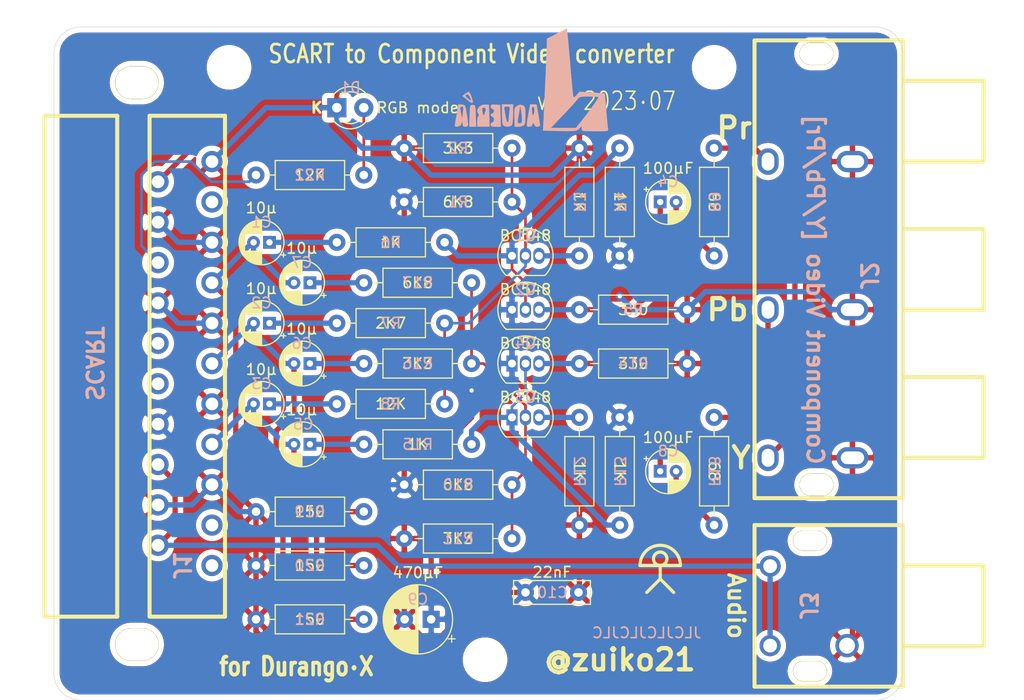
<source format=kicad_pcb>
(kicad_pcb (version 20171130) (host pcbnew "(5.1.2-1)-1")
  (layers (0 F.Cu signal) (31 B.Cu signal) (34 B.Paste user) (35 F.Paste user) (36 B.SilkS user) (37 F.SilkS user) (38 B.Mask user) (39 F.Mask user) (44 Edge.Cuts user))
  (net 0 "")
  (net 1 /R)
  (net 2 /Rr)
  (net 3 /G)
  (net 4 /Gr)
  (net 5 /B)
  (net 6 /Br)
  (net 7 /CR)
  (net 8 /BUFr)
  (net 9 /Bb)
  (net 10 /Gb)
  (net 11 /Rb)
  (net 12 /CB)
  (net 13 /BUFb)
  (net 14 GND)
  (net 15 +5V)
  (net 16 /LED)
  (net 17 /Y)
  (net 18 /RGB)
  (net 19 /AUDIO)
  (net 20 /Pb)
  (net 21 /Pr)
  (net 22 /UR)
  (net 23 /ER)
  (net 24 /BIASr)
  (net 25 /UB)
  (net 26 /EB)
  (net 27 /BIASb)
  (module durango:2xRCA_vertical (layer F.Cu) (at 123.19 100.33 90)
    (fp_text reference J3 (at 5.08 -8.89 270 unlocked) (layer B.SilkS) (effects (font (size 1.524 1.524) (thickness 0.3048)) (justify mirror)))
    (fp_text value Audio (at 5.08 -15.6972 270 unlocked) (layer F.SilkS) (effects (font (size 1.524 1.524) (thickness 0.3048))))
    (pad "" np_thru_hole oval (at -1.07 -8.75 90) (size 1.9 3.2) (drill oval 1.8 3.1) (layers *.Cu *.Mask F.SilkS))
    (pad "" np_thru_hole oval (at 11.23 -8.75 90) (size 1.9 3.2) (drill oval 1.8 3.1) (layers *.Cu *.Mask F.SilkS))
    (pad 1 thru_hole circle (at 1.33 -12.5 90) (size 2 2) (drill 1.3) (layers *.Cu *.Mask) (net 19 /AUDIO))
    (pad 2 thru_hole circle (at 8.83 -12.5 90) (size 2 2) (drill 1.3) (layers *.Cu *.Mask) (net 19 /AUDIO))
    (pad 3 thru_hole circle (at 1.33 -5.25 90) (size 2.2 2.2) (drill 1.5) (layers *.Cu *.Mask) (net 14 GND))
  )
  (module durango:jaqueria (layer B.Cu) (at 88.265 45.72 180)
    (fp_text reference LOGO1 hide)
    (fp_text value Logo_Open_Hardware_Small hide)
  )
  (module MountingHole:MountingHole_3.2mm_M3_DIN965 (layer F.Cu) (at 83.82 100.33)
    (fp_text reference H3 hide)
    (fp_text value M3 hide)
    (pad 1 np_thru_hole circle (at 0 0) (size 3.2 3.2) (drill 3.2) (layers *.Cu *.Mask))
  )
  (module MountingHole:MountingHole_3.2mm_M3_DIN965 (layer F.Cu) (at 105.41 44.45)
    (fp_text reference H2 hide)
    (fp_text value M3 hide)
    (pad 1 np_thru_hole circle (at 0 0) (size 3.2 3.2) (drill 3.2) (layers *.Cu *.Mask))
  )
  (module MountingHole:MountingHole_3.2mm_M3_DIN965 (layer F.Cu) (at 59.69 44.45)
    (fp_text reference H1 hide)
    (fp_text value M3 hide)
    (pad 1 np_thru_hole circle (at 0 0) (size 3.2 3.2) (drill 3.2) (layers *.Cu *.Mask))
  )
  (module Resistor_THT:R_Axial_DIN0207_L6.3mm_D2.5mm_P10.16mm_Horizontal (layer F.Cu) (at 62.23 54.61)
    (fp_text reference R22 (at 5.08 0 unlocked) (layer B.SilkS) (effects (justify mirror)))
    (fp_text value 12K (at 5.08 0 unlocked) (layer F.SilkS))
    (pad 2 thru_hole oval (at 10.16 0) (size 1.6 1.6) (drill 0.8) (layers *.Cu *.Mask) (net 16 /LED))
    (pad 1 thru_hole circle (at 0 0) (size 1.6 1.6) (drill 0.8) (layers *.Cu *.Mask) (net 18 /RGB))
  )
  (module Resistor_THT:R_Axial_DIN0207_L6.3mm_D2.5mm_P10.16mm_Horizontal (layer F.Cu) (at 62.23 96.52)
    (fp_text reference R21 (at 5.08 0 unlocked) (layer B.SilkS) (effects (justify mirror)))
    (fp_text value 150 (at 5.08 0) (layer F.SilkS))
    (pad 2 thru_hole oval (at 10.16 0) (size 1.6 1.6) (drill 0.8) (layers *.Cu *.Mask) (net 1 /R))
    (pad 1 thru_hole circle (at 0 0) (size 1.6 1.6) (drill 0.8) (layers *.Cu *.Mask) (net 14 GND))
  )
  (module Resistor_THT:R_Axial_DIN0207_L6.3mm_D2.5mm_P10.16mm_Horizontal (layer F.Cu) (at 62.23 91.44)
    (fp_text reference R20 (at 5.08 0 unlocked) (layer B.SilkS) (effects (justify mirror)))
    (fp_text value 150 (at 5.08 0) (layer F.SilkS))
    (pad 2 thru_hole oval (at 10.16 0) (size 1.6 1.6) (drill 0.8) (layers *.Cu *.Mask) (net 3 /G))
    (pad 1 thru_hole circle (at 0 0) (size 1.6 1.6) (drill 0.8) (layers *.Cu *.Mask) (net 14 GND))
  )
  (module Resistor_THT:R_Axial_DIN0207_L6.3mm_D2.5mm_P10.16mm_Horizontal (layer F.Cu) (at 62.23 86.36)
    (fp_text reference R19 (at 5.08 0 unlocked) (layer B.SilkS) (effects (justify mirror)))
    (fp_text value 150 (at 5.08 0) (layer F.SilkS))
    (pad 2 thru_hole oval (at 10.16 0) (size 1.6 1.6) (drill 0.8) (layers *.Cu *.Mask) (net 5 /B))
    (pad 1 thru_hole circle (at 0 0) (size 1.6 1.6) (drill 0.8) (layers *.Cu *.Mask) (net 14 GND))
  )
  (module Resistor_THT:R_Axial_DIN0207_L6.3mm_D2.5mm_P10.16mm_Horizontal (layer F.Cu) (at 105.41 87.63 90)
    (fp_text reference R18 (at 5.08 0 270 unlocked) (layer B.SilkS) (effects (justify mirror)))
    (fp_text value 68 (at 5.08 0 270 unlocked) (layer F.SilkS))
    (pad 2 thru_hole oval (at 10.16 0 90) (size 1.6 1.6) (drill 0.8) (layers *.Cu *.Mask) (net 20 /Pb))
    (pad 1 thru_hole circle (at 0 0 90) (size 1.6 1.6) (drill 0.8) (layers *.Cu *.Mask) (net 12 /CB))
  )
  (module Resistor_THT:R_Axial_DIN0207_L6.3mm_D2.5mm_P10.16mm_Horizontal (layer F.Cu) (at 82.55 64.77 180)
    (fp_text reference R17 (at 5.08 0 unlocked) (layer B.SilkS) (effects (justify mirror)))
    (fp_text value 6K8 (at 5.08 0) (layer F.SilkS))
    (pad 2 thru_hole oval (at 10.16 0 180) (size 1.6 1.6) (drill 0.8) (layers *.Cu *.Mask) (net 11 /Rb))
    (pad 1 thru_hole circle (at 0 0 180) (size 1.6 1.6) (drill 0.8) (layers *.Cu *.Mask) (net 27 /BIASb))
  )
  (module Resistor_THT:R_Axial_DIN0207_L6.3mm_D2.5mm_P10.16mm_Horizontal (layer F.Cu) (at 82.55 72.39 180)
    (fp_text reference R16 (at 5.08 0 unlocked) (layer B.SilkS) (effects (justify mirror)))
    (fp_text value 3K3 (at 5.08 0) (layer F.SilkS))
    (pad 2 thru_hole oval (at 10.16 0 180) (size 1.6 1.6) (drill 0.8) (layers *.Cu *.Mask) (net 10 /Gb))
    (pad 1 thru_hole circle (at 0 0 180) (size 1.6 1.6) (drill 0.8) (layers *.Cu *.Mask) (net 27 /BIASb))
  )
  (module Resistor_THT:R_Axial_DIN0207_L6.3mm_D2.5mm_P10.16mm_Horizontal (layer F.Cu) (at 82.55 80.01 180)
    (fp_text reference R15 (at 5.08 0 unlocked) (layer B.SilkS) (effects (justify mirror)))
    (fp_text value 1K (at 5.08 0) (layer F.SilkS))
    (pad 2 thru_hole oval (at 10.16 0 180) (size 1.6 1.6) (drill 0.8) (layers *.Cu *.Mask) (net 9 /Bb))
    (pad 1 thru_hole circle (at 0 0 180) (size 1.6 1.6) (drill 0.8) (layers *.Cu *.Mask) (net 25 /UB))
  )
  (module Resistor_THT:R_Axial_DIN0207_L6.3mm_D2.5mm_P10.16mm_Horizontal (layer F.Cu) (at 92.71 72.39)
    (fp_text reference R14 (at 5.08 0 unlocked) (layer B.SilkS) (effects (justify mirror)))
    (fp_text value 330 (at 5.08 0) (layer F.SilkS))
    (pad 2 thru_hole oval (at 10.16 0) (size 1.6 1.6) (drill 0.8) (layers *.Cu *.Mask) (net 14 GND))
    (pad 1 thru_hole circle (at 0 0) (size 1.6 1.6) (drill 0.8) (layers *.Cu *.Mask) (net 13 /BUFb))
  )
  (module Resistor_THT:R_Axial_DIN0207_L6.3mm_D2.5mm_P10.16mm_Horizontal (layer F.Cu) (at 96.52 77.47 270)
    (fp_text reference R13 (at 5.08 0 270 unlocked) (layer B.SilkS) (effects (justify mirror)))
    (fp_text value 1K (at 5.08 0 270 unlocked) (layer F.SilkS))
    (pad 2 thru_hole oval (at 10.16 0 270) (size 1.6 1.6) (drill 0.8) (layers *.Cu *.Mask) (net 25 /UB))
    (pad 1 thru_hole circle (at 0 0 270) (size 1.6 1.6) (drill 0.8) (layers *.Cu *.Mask) (net 15 +5V))
  )
  (module Resistor_THT:R_Axial_DIN0207_L6.3mm_D2.5mm_P10.16mm_Horizontal (layer F.Cu) (at 92.71 77.47 270)
    (fp_text reference R12 (at 5.08 0 270 unlocked) (layer B.SilkS) (effects (justify mirror)))
    (fp_text value 1K (at 5.08 0 270 unlocked) (layer F.SilkS))
    (pad 2 thru_hole oval (at 10.16 0 270) (size 1.6 1.6) (drill 0.8) (layers *.Cu *.Mask) (net 14 GND))
    (pad 1 thru_hole circle (at 0 0 270) (size 1.6 1.6) (drill 0.8) (layers *.Cu *.Mask) (net 26 /EB))
  )
  (module Resistor_THT:R_Axial_DIN0207_L6.3mm_D2.5mm_P10.16mm_Horizontal (layer F.Cu) (at 86.36 88.9 180)
    (fp_text reference R11 (at 5.08 0 unlocked) (layer B.SilkS) (effects (justify mirror)))
    (fp_text value 3K3 (at 5.08 0) (layer F.SilkS))
    (pad 2 thru_hole oval (at 10.16 0 180) (size 1.6 1.6) (drill 0.8) (layers *.Cu *.Mask) (net 14 GND))
    (pad 1 thru_hole circle (at 0 0 180) (size 1.6 1.6) (drill 0.8) (layers *.Cu *.Mask) (net 27 /BIASb))
  )
  (module Resistor_THT:R_Axial_DIN0207_L6.3mm_D2.5mm_P10.16mm_Horizontal (layer F.Cu) (at 76.2 83.82)
    (fp_text reference R10 (at 5.08 0 unlocked) (layer B.SilkS) (effects (justify mirror)))
    (fp_text value 6K8 (at 5.08 0) (layer F.SilkS))
    (pad 2 thru_hole oval (at 10.16 0) (size 1.6 1.6) (drill 0.8) (layers *.Cu *.Mask) (net 27 /BIASb))
    (pad 1 thru_hole circle (at 0 0) (size 1.6 1.6) (drill 0.8) (layers *.Cu *.Mask) (net 15 +5V))
  )
  (module Resistor_THT:R_Axial_DIN0207_L6.3mm_D2.5mm_P10.16mm_Horizontal (layer F.Cu) (at 105.41 62.23 90)
    (fp_text reference R9 (at 5.08 0 270 unlocked) (layer B.SilkS) (effects (justify mirror)))
    (fp_text value 68 (at 5.08 0 270 unlocked) (layer F.SilkS))
    (pad 2 thru_hole oval (at 10.16 0 90) (size 1.6 1.6) (drill 0.8) (layers *.Cu *.Mask) (net 21 /Pr))
    (pad 1 thru_hole circle (at 0 0 90) (size 1.6 1.6) (drill 0.8) (layers *.Cu *.Mask) (net 7 /CR))
  )
  (module Resistor_THT:R_Axial_DIN0207_L6.3mm_D2.5mm_P10.16mm_Horizontal (layer F.Cu) (at 80.01 76.2 180)
    (fp_text reference R8 (at 5.08 0 unlocked) (layer B.SilkS) (effects (justify mirror)))
    (fp_text value 12K (at 5.08 0) (layer F.SilkS))
    (pad 2 thru_hole oval (at 10.16 0 180) (size 1.6 1.6) (drill 0.8) (layers *.Cu *.Mask) (net 6 /Br))
    (pad 1 thru_hole circle (at 0 0 180) (size 1.6 1.6) (drill 0.8) (layers *.Cu *.Mask) (net 24 /BIASr))
  )
  (module Resistor_THT:R_Axial_DIN0207_L6.3mm_D2.5mm_P10.16mm_Horizontal (layer F.Cu) (at 80.01 68.58 180)
    (fp_text reference R7 (at 5.08 0 unlocked) (layer B.SilkS) (effects (justify mirror)))
    (fp_text value 2K7 (at 5.08 0) (layer F.SilkS))
    (pad 2 thru_hole oval (at 10.16 0 180) (size 1.6 1.6) (drill 0.8) (layers *.Cu *.Mask) (net 4 /Gr))
    (pad 1 thru_hole circle (at 0 0 180) (size 1.6 1.6) (drill 0.8) (layers *.Cu *.Mask) (net 24 /BIASr))
  )
  (module Resistor_THT:R_Axial_DIN0207_L6.3mm_D2.5mm_P10.16mm_Horizontal (layer F.Cu) (at 80.01 60.96 180)
    (fp_text reference R6 (at 5.08 0 unlocked) (layer B.SilkS) (effects (justify mirror)))
    (fp_text value 1K (at 5.08 0) (layer F.SilkS))
    (pad 2 thru_hole oval (at 10.16 0 180) (size 1.6 1.6) (drill 0.8) (layers *.Cu *.Mask) (net 2 /Rr))
    (pad 1 thru_hole circle (at 0 0 180) (size 1.6 1.6) (drill 0.8) (layers *.Cu *.Mask) (net 22 /UR))
  )
  (module Resistor_THT:R_Axial_DIN0207_L6.3mm_D2.5mm_P10.16mm_Horizontal (layer F.Cu) (at 92.71 67.31)
    (fp_text reference R5 (at 5.08 0 unlocked) (layer B.SilkS) (effects (justify mirror)))
    (fp_text value 330 (at 5.08 0 unlocked) (layer F.SilkS))
    (pad 2 thru_hole oval (at 10.16 0) (size 1.6 1.6) (drill 0.8) (layers *.Cu *.Mask) (net 14 GND))
    (pad 1 thru_hole circle (at 0 0) (size 1.6 1.6) (drill 0.8) (layers *.Cu *.Mask) (net 8 /BUFr))
  )
  (module Resistor_THT:R_Axial_DIN0207_L6.3mm_D2.5mm_P10.16mm_Horizontal (layer F.Cu) (at 96.52 62.23 90)
    (fp_text reference R4 (at 5.08 0 270 unlocked) (layer B.SilkS) (effects (justify mirror)))
    (fp_text value 1K (at 5.08 0 270 unlocked) (layer F.SilkS))
    (pad 2 thru_hole oval (at 10.16 0 90) (size 1.6 1.6) (drill 0.8) (layers *.Cu *.Mask) (net 22 /UR))
    (pad 1 thru_hole circle (at 0 0 90) (size 1.6 1.6) (drill 0.8) (layers *.Cu *.Mask) (net 15 +5V))
  )
  (module Resistor_THT:R_Axial_DIN0207_L6.3mm_D2.5mm_P10.16mm_Horizontal (layer F.Cu) (at 92.71 62.23 90)
    (fp_text reference R3 (at 5.08 0 270 unlocked) (layer B.SilkS) (effects (justify mirror)))
    (fp_text value 1K (at 5.08 0 270 unlocked) (layer F.SilkS))
    (pad 2 thru_hole oval (at 10.16 0 90) (size 1.6 1.6) (drill 0.8) (layers *.Cu *.Mask) (net 14 GND))
    (pad 1 thru_hole circle (at 0 0 90) (size 1.6 1.6) (drill 0.8) (layers *.Cu *.Mask) (net 23 /ER))
  )
  (module Resistor_THT:R_Axial_DIN0207_L6.3mm_D2.5mm_P10.16mm_Horizontal (layer F.Cu) (at 86.36 52.07 180)
    (fp_text reference R2 (at 5.08 0 unlocked) (layer B.SilkS) (effects (justify mirror)))
    (fp_text value 3K3 (at 5.08 0) (layer F.SilkS))
    (pad 2 thru_hole oval (at 10.16 0 180) (size 1.6 1.6) (drill 0.8) (layers *.Cu *.Mask) (net 14 GND))
    (pad 1 thru_hole circle (at 0 0 180) (size 1.6 1.6) (drill 0.8) (layers *.Cu *.Mask) (net 24 /BIASr))
  )
  (module Resistor_THT:R_Axial_DIN0207_L6.3mm_D2.5mm_P10.16mm_Horizontal (layer F.Cu) (at 76.2 57.15)
    (fp_text reference R1 (at 5.08 0 unlocked) (layer B.SilkS) (effects (justify mirror)))
    (fp_text value 6K8 (at 5.08 0) (layer F.SilkS))
    (pad 2 thru_hole oval (at 10.16 0) (size 1.6 1.6) (drill 0.8) (layers *.Cu *.Mask) (net 24 /BIASr))
    (pad 1 thru_hole circle (at 0 0) (size 1.6 1.6) (drill 0.8) (layers *.Cu *.Mask) (net 15 +5V))
  )
  (module Package_TO_SOT_THT:TO-92_Inline (layer F.Cu) (at 86.36 72.39)
    (fp_text reference Q4 (at 1.27 -1.905 unlocked) (layer B.SilkS) (effects (justify mirror)))
    (fp_text value BC548 (at 1.27 -1.905) (layer F.SilkS))
    (pad 1 thru_hole rect (at 0 0) (size 1.05 1.5) (drill 0.75) (layers *.Cu *.Mask) (net 15 +5V))
    (pad 3 thru_hole oval (at 2.54 0) (size 1.05 1.5) (drill 0.75) (layers *.Cu *.Mask) (net 13 /BUFb))
    (pad 2 thru_hole oval (at 1.27 0) (size 1.05 1.5) (drill 0.75) (layers *.Cu *.Mask) (net 25 /UB))
  )
  (module Package_TO_SOT_THT:TO-92_Inline (layer F.Cu) (at 86.36 77.47)
    (fp_text reference Q3 (at 1.27 -1.905 unlocked) (layer B.SilkS) (effects (justify mirror)))
    (fp_text value BC548 (at 1.27 -1.905) (layer F.SilkS))
    (pad 1 thru_hole rect (at 0 0) (size 1.05 1.5) (drill 0.75) (layers *.Cu *.Mask) (net 25 /UB))
    (pad 3 thru_hole oval (at 2.54 0) (size 1.05 1.5) (drill 0.75) (layers *.Cu *.Mask) (net 26 /EB))
    (pad 2 thru_hole oval (at 1.27 0) (size 1.05 1.5) (drill 0.75) (layers *.Cu *.Mask) (net 27 /BIASb))
  )
  (module Package_TO_SOT_THT:TO-92_Inline (layer F.Cu) (at 86.36 67.31)
    (fp_text reference Q2 (at 1.27 -1.905 unlocked) (layer B.SilkS) (effects (justify mirror)))
    (fp_text value BC548 (at 1.27 -1.905) (layer F.SilkS))
    (pad 1 thru_hole rect (at 0 0) (size 1.05 1.5) (drill 0.75) (layers *.Cu *.Mask) (net 15 +5V))
    (pad 3 thru_hole oval (at 2.54 0) (size 1.05 1.5) (drill 0.75) (layers *.Cu *.Mask) (net 8 /BUFr))
    (pad 2 thru_hole oval (at 1.27 0) (size 1.05 1.5) (drill 0.75) (layers *.Cu *.Mask) (net 22 /UR))
  )
  (module Package_TO_SOT_THT:TO-92_Inline (layer F.Cu) (at 86.36 62.23)
    (fp_text reference Q1 (at 1.27 -1.905 unlocked) (layer B.SilkS) (effects (justify mirror)))
    (fp_text value BC548 (at 1.27 -1.905) (layer F.SilkS))
    (pad 1 thru_hole rect (at 0 0) (size 1.05 1.5) (drill 0.75) (layers *.Cu *.Mask) (net 22 /UR))
    (pad 3 thru_hole oval (at 2.54 0) (size 1.05 1.5) (drill 0.75) (layers *.Cu *.Mask) (net 23 /ER))
    (pad 2 thru_hole oval (at 1.27 0) (size 1.05 1.5) (drill 0.75) (layers *.Cu *.Mask) (net 24 /BIASr))
  )
  (module durango:3xRCA (layer F.Cu) (at 120.65 67.31 90)
    (fp_text reference J2 (at 3.175 -0.635 270 unlocked) (layer B.SilkS) (effects (font (size 1.524 1.524) (thickness 0.3048)) (justify mirror)))
    (fp_text value "Component Video [Y/Pb/Pr]" (at 1.905 -5.715 270 unlocked) (layer B.SilkS) (effects (font (size 1.524 1.524) (thickness 0.3048)) (justify mirror)))
    (pad "" np_thru_hole oval (at -16.51 -5.588 90) (size 2.1 3.2) (drill oval 2 3.1) (layers *.Cu *.Mask F.SilkS))
    (pad "" np_thru_hole oval (at 24.13 -5.588 90) (size 2.1 3.2) (drill oval 2 3.1) (layers *.Cu *.Mask F.SilkS))
    (pad 6 thru_hole oval (at -13.97 -2.19964 90) (size 1.99898 2.99898) (drill oval 1.19888 2.19888) (layers *.Cu *.Mask) (net 14 GND))
    (pad 5 thru_hole oval (at -13.97 -10.16 90) (size 2.49898 1.99898) (drill oval 1.69888 1.19888) (layers *.Cu *.Mask) (net 17 /Y))
    (pad 4 thru_hole oval (at 0 -2.19964 90) (size 1.99898 2.99898) (drill oval 1.19888 2.19888) (layers *.Cu *.Mask) (net 14 GND))
    (pad 3 thru_hole oval (at 0 -10.16 90) (size 2.49898 1.99898) (drill oval 1.69888 1.19888) (layers *.Cu *.Mask) (net 20 /Pb))
    (pad 2 thru_hole oval (at 13.97 -2.19964 90) (size 1.99898 2.99898) (drill oval 1.19888 2.19888) (layers *.Cu *.Mask) (net 14 GND))
    (pad 1 thru_hole oval (at 13.97 -10.16 90) (size 2.49898 1.99898) (drill oval 1.69888 1.19888) (layers *.Cu *.Mask) (net 21 /Pr))
  )
  (module durango:SCART (layer F.Cu) (at 50.8 72.39 270)
    (fp_text reference J1 (at 19.05 -4.445 270 unlocked) (layer B.SilkS) (effects (font (size 1.524 1.524) (thickness 0.3048)) (justify mirror)))
    (fp_text value SCART (at 0 3.81 270 unlocked) (layer B.SilkS) (effects (font (size 1.524 1.524) (thickness 0.3048)) (justify mirror)))
    (pad "" np_thru_hole oval (at -26.49982 -0.20066 270) (size 3.1 4.1) (drill oval 3 4) (layers *.Cu *.Mask F.SilkS))
    (pad "" np_thru_hole oval (at 26.49982 -0.20066 270) (size 3.1 4.1) (drill oval 3 4) (layers *.Cu *.Mask F.SilkS))
    (pad 21 thru_hole circle (at -19.05 -7.27964 270) (size 1.99898 1.99898) (drill 1.19888) (layers *.Cu *.Mask) (net 14 GND))
    (pad 20 thru_hole circle (at -17.145 -2.19964 270) (size 1.99898 1.99898) (drill 1.19888) (layers *.Cu *.Mask) (net 17 /Y))
    (pad 19 thru_hole circle (at -15.24 -7.27964 270) (size 1.99898 1.99898) (drill 1.19888) (layers *.Cu *.Mask))
    (pad 18 thru_hole circle (at -13.335 -2.19964 270) (size 1.99898 1.99898) (drill 1.19888) (layers *.Cu *.Mask) (net 14 GND))
    (pad 17 thru_hole circle (at -11.43 -7.27964 270) (size 1.99898 1.99898) (drill 1.19888) (layers *.Cu *.Mask) (net 14 GND))
    (pad 16 thru_hole circle (at -9.525 -2.19964 270) (size 1.99898 1.99898) (drill 1.19888) (layers *.Cu *.Mask) (net 18 /RGB))
    (pad 15 thru_hole circle (at -7.62 -7.27964 270) (size 1.99898 1.99898) (drill 1.19888) (layers *.Cu *.Mask) (net 1 /R))
    (pad 14 thru_hole circle (at -5.715 -2.19964 270) (size 1.99898 1.99898) (drill 1.19888) (layers *.Cu *.Mask) (net 14 GND))
    (pad 13 thru_hole circle (at -3.81 -7.27964 270) (size 1.99898 1.99898) (drill 1.19888) (layers *.Cu *.Mask) (net 14 GND))
    (pad 12 thru_hole circle (at -1.905 -2.19964 270) (size 1.99898 1.99898) (drill 1.19888) (layers *.Cu *.Mask))
    (pad 11 thru_hole circle (at 0 -7.27964 270) (size 1.99898 1.99898) (drill 1.19888) (layers *.Cu *.Mask) (net 3 /G))
    (pad 10 thru_hole circle (at 1.905 -2.19964 270) (size 1.99898 1.99898) (drill 1.19888) (layers *.Cu *.Mask))
    (pad 9 thru_hole circle (at 3.81 -7.27964 270) (size 1.99898 1.99898) (drill 1.19888) (layers *.Cu *.Mask) (net 14 GND))
    (pad 8 thru_hole circle (at 5.715 -2.19964 270) (size 1.99898 1.99898) (drill 1.19888) (layers *.Cu *.Mask) (net 15 +5V))
    (pad 7 thru_hole circle (at 7.62 -7.27964 270) (size 1.99898 1.99898) (drill 1.19888) (layers *.Cu *.Mask) (net 5 /B))
    (pad 6 thru_hole circle (at 9.525 -2.19964 270) (size 1.99898 1.99898) (drill 1.19888) (layers *.Cu *.Mask) (net 19 /AUDIO))
    (pad 5 thru_hole circle (at 11.43 -7.27964 270) (size 1.99898 1.99898) (drill 1.19888) (layers *.Cu *.Mask) (net 14 GND))
    (pad 4 thru_hole circle (at 13.335 -2.19964 270) (size 1.99898 1.99898) (drill 1.19888) (layers *.Cu *.Mask) (net 14 GND))
    (pad 3 thru_hole circle (at 15.24 -7.27964 270) (size 1.99898 1.99898) (drill 1.19888) (layers *.Cu *.Mask))
    (pad 2 thru_hole circle (at 17.145 -2.19964 270) (size 1.99898 1.99898) (drill 1.19888) (layers *.Cu *.Mask) (net 19 /AUDIO))
    (pad 1 thru_hole circle (at 19.05 -7.27964 270) (size 1.99898 1.99898) (drill 1.19888) (layers *.Cu *.Mask))
  )
  (module LED_THT:LED_D3.0mm (layer F.Cu) (at 69.85 48.26)
    (fp_text reference D1 (at 1.27 -1.905 unlocked) (layer B.SilkS) (effects (justify mirror)))
    (fp_text value "RGB mode" (at 7.62 0) (layer F.SilkS))
    (pad 2 thru_hole circle (at 2.54 0) (size 1.8 1.8) (drill 0.9) (layers *.Cu *.Mask) (net 16 /LED))
    (pad 1 thru_hole rect (at 0 0) (size 1.8 1.8) (drill 0.9) (layers *.Cu *.Mask) (net 14 GND))
  )
  (module Capacitor_THT:C_Rect_L7.0mm_W2.0mm_P5.00mm (layer F.Cu) (at 87.63 93.98)
    (fp_text reference C10 (at 2.54 0 unlocked) (layer B.SilkS) (effects (justify mirror)))
    (fp_text value 22nF (at 2.5 -1.905) (layer F.SilkS))
    (pad 2 thru_hole circle (at 5 0) (size 1.6 1.6) (drill 0.8) (layers *.Cu *.Mask) (net 14 GND))
    (pad 1 thru_hole circle (at 0 0) (size 1.6 1.6) (drill 0.8) (layers *.Cu *.Mask) (net 15 +5V))
  )
  (module Capacitor_THT:CP_Radial_D6.3mm_P2.50mm (layer F.Cu) (at 78.74 96.52 180)
    (fp_text reference C9 (at 1.25 1.905 unlocked) (layer B.SilkS) (effects (justify mirror)))
    (fp_text value 470µF (at 1.25 4.4) (layer F.SilkS))
    (pad 2 thru_hole circle (at 2.5 0 180) (size 1.6 1.6) (drill 0.8) (layers *.Cu *.Mask) (net 14 GND))
    (pad 1 thru_hole rect (at 0 0 180) (size 1.6 1.6) (drill 0.8) (layers *.Cu *.Mask) (net 15 +5V))
  )
  (module Capacitor_THT:CP_Radial_D4.0mm_P1.50mm (layer F.Cu) (at 100.33 82.55)
    (fp_text reference C8 (at 0.75 -1.905 unlocked) (layer B.SilkS) (effects (justify mirror)))
    (fp_text value 100µF (at 0.75 -3.175) (layer F.SilkS))
    (pad 2 thru_hole circle (at 1.5 0) (size 1.2 1.2) (drill 0.6) (layers *.Cu *.Mask) (net 12 /CB))
    (pad 1 thru_hole rect (at 0 0) (size 1.2 1.2) (drill 0.6) (layers *.Cu *.Mask) (net 13 /BUFb))
  )
  (module Capacitor_THT:CP_Radial_D4.0mm_P1.50mm (layer F.Cu) (at 67.31 64.77 180)
    (fp_text reference C7 (at 0.75 1.905 unlocked) (layer B.SilkS) (effects (justify mirror)))
    (fp_text value 10µ (at 0.75 3.25) (layer F.SilkS))
    (pad 2 thru_hole circle (at 1.5 0 180) (size 1.2 1.2) (drill 0.6) (layers *.Cu *.Mask) (net 1 /R))
    (pad 1 thru_hole rect (at 0 0 180) (size 1.2 1.2) (drill 0.6) (layers *.Cu *.Mask) (net 11 /Rb))
  )
  (module Capacitor_THT:CP_Radial_D4.0mm_P1.50mm (layer F.Cu) (at 67.31 72.39 180)
    (fp_text reference C6 (at 0.75 1.905 unlocked) (layer B.SilkS) (effects (justify mirror)))
    (fp_text value 10µ (at 0.75 3.25) (layer F.SilkS))
    (pad 2 thru_hole circle (at 1.5 0 180) (size 1.2 1.2) (drill 0.6) (layers *.Cu *.Mask) (net 3 /G))
    (pad 1 thru_hole rect (at 0 0 180) (size 1.2 1.2) (drill 0.6) (layers *.Cu *.Mask) (net 10 /Gb))
  )
  (module Capacitor_THT:CP_Radial_D4.0mm_P1.50mm (layer F.Cu) (at 67.31 80.01 180)
    (fp_text reference C5 (at 0.635 1.905 unlocked) (layer B.SilkS) (effects (justify mirror)))
    (fp_text value 10µ (at 0.75 3.25) (layer F.SilkS))
    (pad 2 thru_hole circle (at 1.5 0 180) (size 1.2 1.2) (drill 0.6) (layers *.Cu *.Mask) (net 5 /B))
    (pad 1 thru_hole rect (at 0 0 180) (size 1.2 1.2) (drill 0.6) (layers *.Cu *.Mask) (net 9 /Bb))
  )
  (module Capacitor_THT:CP_Radial_D4.0mm_P1.50mm (layer F.Cu) (at 100.33 57.15)
    (fp_text reference C4 (at 0.75 -1.905 unlocked) (layer B.SilkS) (effects (justify mirror)))
    (fp_text value 100µF (at 0.75 -3.175) (layer F.SilkS))
    (pad 2 thru_hole circle (at 1.5 0) (size 1.2 1.2) (drill 0.6) (layers *.Cu *.Mask) (net 7 /CR))
    (pad 1 thru_hole rect (at 0 0) (size 1.2 1.2) (drill 0.6) (layers *.Cu *.Mask) (net 8 /BUFr))
  )
  (module Capacitor_THT:CP_Radial_D4.0mm_P1.50mm (layer F.Cu) (at 63.5 76.2 180)
    (fp_text reference C3 (at 0.75 1.905 unlocked) (layer B.SilkS) (effects (justify mirror)))
    (fp_text value 10µ (at 0.75 3.25) (layer F.SilkS))
    (pad 2 thru_hole circle (at 1.5 0 180) (size 1.2 1.2) (drill 0.6) (layers *.Cu *.Mask) (net 5 /B))
    (pad 1 thru_hole rect (at 0 0 180) (size 1.2 1.2) (drill 0.6) (layers *.Cu *.Mask) (net 6 /Br))
  )
  (module Capacitor_THT:CP_Radial_D4.0mm_P1.50mm (layer F.Cu) (at 63.5 68.58 180)
    (fp_text reference C2 (at 0.75 1.905 unlocked) (layer B.SilkS) (effects (justify mirror)))
    (fp_text value 10µ (at 0.75 3.25) (layer F.SilkS))
    (pad 2 thru_hole circle (at 1.5 0 180) (size 1.2 1.2) (drill 0.6) (layers *.Cu *.Mask) (net 3 /G))
    (pad 1 thru_hole rect (at 0 0 180) (size 1.2 1.2) (drill 0.6) (layers *.Cu *.Mask) (net 4 /Gr))
  )
  (module Capacitor_THT:CP_Radial_D4.0mm_P1.50mm (layer F.Cu) (at 63.5 60.96 180)
    (fp_text reference C1 (at 0.75 1.905 unlocked) (layer B.SilkS) (effects (justify mirror)))
    (fp_text value 10µ (at 0.75 3.25) (layer F.SilkS))
    (pad 2 thru_hole circle (at 1.5 0 180) (size 1.2 1.2) (drill 0.6) (layers *.Cu *.Mask) (net 1 /R))
    (pad 1 thru_hole rect (at 0 0 180) (size 1.2 1.2) (drill 0.6) (layers *.Cu *.Mask) (net 2 /Rr))
  )
  (gr_text JLCJLCJLCJLC (at 99.06 97.79) (layer B.SilkS) (effects (font (size 1 1)) (justify mirror)))
  (gr_text Y (at 107.95 81.28) (layer F.SilkS) (effects (font (size 2 2) (thickness 0.4))))
  (gr_text Pb (at 106.68 67.31) (layer F.SilkS) (effects (font (size 2 2) (thickness 0.4))))
  (gr_text Pr (at 107.315 50.165) (layer F.SilkS) (effects (font (size 2 2) (thickness 0.4))))
  (gr_text "for Durango·X" (at 66.04 100.965) (layer F.SilkS) (effects (font (size 1.7 1.35) (thickness 0.3375))))
  (gr_line (start 100.33 92.71) (end 101.6 93.98) (layer F.SilkS) (width 0.3))
  (gr_line (start 100.33 92.71) (end 99.06 93.98) (layer F.SilkS) (width 0.3))
  (gr_line (start 100.33 91.44) (end 100.33 92.71) (layer F.SilkS) (width 0.3))
  (gr_line (start 98.425 91.44) (end 102.235 91.44) (layer F.SilkS) (width 0.3))
  (gr_arc (start 100.33 91.44) (end 102.235 91.44) (angle -180) (layer F.SilkS) (width 0.3))
  (gr_circle (center 100.33 90.805) (end 100.965 90.805) (layer F.SilkS) (width 0.3))
  (gr_text @zuiko21 (at 96.52 100.33) (layer F.SilkS) (effects (font (size 2 2) (thickness 0.4))))
  (gr_text "v1  2023·07" (at 95.25 47.625) (layer F.SilkS) (effects (font (size 1.7 1.35))))
  (gr_text "SCART to Component Video converter" (at 82.55 43.18) (layer F.SilkS) (effects (font (size 1.7 1.35) (thickness 0.25))))
  (gr_text K (at 67.945 48.26) (layer F.SilkS) (effects (font (size 1 1) (thickness 0.25))))
  (gr_arc (start 120.65 43.18) (end 123.19 43.18) (angle -90) (layer Edge.Cuts) (width 0.05))
  (gr_arc (start 120.65 101.6) (end 120.65 104.14) (angle -90) (layer Edge.Cuts) (width 0.05))
  (gr_arc (start 45.72 101.6) (end 43.18 101.6) (angle -90) (layer Edge.Cuts) (width 0.05))
  (gr_arc (start 45.72 43.18) (end 45.72 40.64) (angle -90) (layer Edge.Cuts) (width 0.05))
  (gr_line (start 43.18 101.6) (end 43.18 43.18) (layer Edge.Cuts) (width 0.05))
  (gr_line (start 120.65 104.14) (end 45.72 104.14) (layer Edge.Cuts) (width 0.05))
  (gr_line (start 123.19 43.18) (end 123.19 101.6) (layer Edge.Cuts) (width 0.05))
  (gr_line (start 45.72 40.64) (end 120.65 40.64) (layer Edge.Cuts) (width 0.05))
  (segment (start 61.88964 60.96) (end 62 60.96) (width 0.5) (layer B.Cu) (net 1))
  (segment (start 58.07964 64.77) (end 61.88964 60.96) (width 0.5) (layer B.Cu) (net 1))
  (segment (start 64.961472 64.77) (end 65.81 64.77) (width 0.5) (layer B.Cu) (net 1))
  (segment (start 62 61.808528) (end 64.961472 64.77) (width 0.5) (layer B.Cu) (net 1))
  (segment (start 62 60.96) (end 62 61.808528) (width 0.5) (layer B.Cu) (net 1))
  (segment (start 64.77 86.36) (end 64.77 95.25) (width 0.5) (layer F.Cu) (net 1))
  (segment (start 66.04 96.52) (end 72.39 96.52) (width 0.5) (layer F.Cu) (net 1))
  (segment (start 64.77 95.25) (end 66.04 96.52) (width 0.5) (layer F.Cu) (net 1))
  (segment (start 60.325 81.915) (end 64.77 86.36) (width 0.5) (layer F.Cu) (net 1))
  (segment (start 60.325 67.01536) (end 60.325 81.915) (width 0.5) (layer F.Cu) (net 1))
  (segment (start 58.07964 64.77) (end 60.325 67.01536) (width 0.5) (layer F.Cu) (net 1))
  (segment (start 63.5 60.96) (end 69.85 60.96) (width 0.5) (layer B.Cu) (net 2))
  (segment (start 61.88964 68.58) (end 62 68.58) (width 0.5) (layer B.Cu) (net 3))
  (segment (start 58.07964 72.39) (end 61.88964 68.58) (width 0.5) (layer B.Cu) (net 3))
  (segment (start 64.961472 72.39) (end 65.81 72.39) (width 0.5) (layer B.Cu) (net 3))
  (segment (start 62 69.428528) (end 64.961472 72.39) (width 0.5) (layer B.Cu) (net 3))
  (segment (start 62 68.58) (end 62 69.428528) (width 0.5) (layer B.Cu) (net 3))
  (segment (start 65.81 72.39) (end 65.81 77.065) (width 0.5) (layer F.Cu) (net 3))
  (segment (start 65.81 77.065) (end 64.135 78.74) (width 0.5) (layer F.Cu) (net 3))
  (segment (start 64.135 78.74) (end 64.135 82.55) (width 0.5) (layer F.Cu) (net 3))
  (segment (start 64.135 82.55) (end 67.945 86.36) (width 0.5) (layer F.Cu) (net 3))
  (segment (start 67.945 86.36) (end 67.945 90.805) (width 0.5) (layer F.Cu) (net 3))
  (segment (start 68.58 91.44) (end 72.39 91.44) (width 0.5) (layer F.Cu) (net 3))
  (segment (start 67.945 90.805) (end 68.58 91.44) (width 0.5) (layer F.Cu) (net 3))
  (segment (start 63.5 68.58) (end 69.85 68.58) (width 0.5) (layer B.Cu) (net 4))
  (segment (start 61.88964 76.2) (end 62 76.2) (width 0.5) (layer B.Cu) (net 5))
  (segment (start 58.07964 80.01) (end 61.88964 76.2) (width 0.5) (layer B.Cu) (net 5))
  (segment (start 64.961472 80.01) (end 65.81 80.01) (width 0.5) (layer B.Cu) (net 5))
  (segment (start 62 77.048528) (end 64.961472 80.01) (width 0.5) (layer B.Cu) (net 5))
  (segment (start 62 76.2) (end 62 77.048528) (width 0.5) (layer B.Cu) (net 5))
  (segment (start 65.81 80.01) (end 65.81 82.32) (width 0.5) (layer F.Cu) (net 5))
  (segment (start 69.85 86.36) (end 72.39 86.36) (width 0.5) (layer F.Cu) (net 5))
  (segment (start 65.81 82.32) (end 69.85 86.36) (width 0.5) (layer F.Cu) (net 5))
  (segment (start 63.5 76.2) (end 69.85 76.2) (width 0.5) (layer B.Cu) (net 6))
  (segment (start 101.83 58.65) (end 105.41 62.23) (width 0.5) (layer F.Cu) (net 7))
  (segment (start 101.83 57.15) (end 101.83 58.65) (width 0.5) (layer F.Cu) (net 7))
  (segment (start 88.9 67.31) (end 92.71 67.31) (width 0.5) (layer B.Cu) (net 8))
  (segment (start 92.71 67.31) (end 97.79 67.31) (width 0.5) (layer F.Cu) (net 8))
  (segment (start 100.33 64.77) (end 100.33 57.15) (width 0.5) (layer F.Cu) (net 8))
  (segment (start 97.79 67.31) (end 100.33 64.77) (width 0.5) (layer F.Cu) (net 8))
  (segment (start 67.31 80.01) (end 72.39 80.01) (width 0.5) (layer B.Cu) (net 9))
  (segment (start 67.31 72.39) (end 72.39 72.39) (width 0.5) (layer B.Cu) (net 10))
  (segment (start 67.31 64.77) (end 72.39 64.77) (width 0.5) (layer B.Cu) (net 11))
  (segment (start 101.83 84.05) (end 105.41 87.63) (width 0.5) (layer F.Cu) (net 12))
  (segment (start 101.83 82.55) (end 101.83 84.05) (width 0.5) (layer F.Cu) (net 12))
  (segment (start 88.9 72.39) (end 92.71 72.39) (width 0.5) (layer B.Cu) (net 13))
  (segment (start 92.71 72.39) (end 95.25 72.39) (width 0.5) (layer F.Cu) (net 13))
  (segment (start 95.25 72.39) (end 100.33 77.47) (width 0.5) (layer F.Cu) (net 13))
  (segment (start 100.33 77.47) (end 100.33 82.55) (width 0.5) (layer F.Cu) (net 13))
  (segment (start 58.07964 53.34) (end 55.88 55.53964) (width 0.5) (layer F.Cu) (net 14))
  (segment (start 55.88 58.76036) (end 58.07964 60.96) (width 0.5) (layer F.Cu) (net 14))
  (segment (start 55.88 55.53964) (end 55.88 58.76036) (width 0.5) (layer F.Cu) (net 14))
  (segment (start 58.07964 60.96) (end 55.88 63.15964) (width 0.5) (layer F.Cu) (net 14))
  (segment (start 55.88 66.38036) (end 58.07964 68.58) (width 0.5) (layer F.Cu) (net 14))
  (segment (start 55.88 63.15964) (end 55.88 66.38036) (width 0.5) (layer F.Cu) (net 14))
  (segment (start 58.07964 68.58) (end 55.88 70.77964) (width 0.5) (layer F.Cu) (net 14))
  (segment (start 55.88 74.00036) (end 58.07964 76.2) (width 0.5) (layer F.Cu) (net 14))
  (segment (start 55.88 70.77964) (end 55.88 74.00036) (width 0.5) (layer F.Cu) (net 14))
  (segment (start 58.07964 76.2) (end 55.88 78.39964) (width 0.5) (layer F.Cu) (net 14))
  (segment (start 55.88 81.62036) (end 58.07964 83.82) (width 0.5) (layer F.Cu) (net 14))
  (segment (start 55.88 78.39964) (end 55.88 81.62036) (width 0.5) (layer F.Cu) (net 14))
  (segment (start 54.90464 68.58) (end 58.07964 68.58) (width 0.5) (layer B.Cu) (net 14))
  (segment (start 52.99964 66.675) (end 54.90464 68.58) (width 0.5) (layer B.Cu) (net 14))
  (segment (start 56.17464 85.725) (end 52.99964 85.725) (width 0.5) (layer B.Cu) (net 14))
  (segment (start 58.07964 83.82) (end 56.17464 85.725) (width 0.5) (layer B.Cu) (net 14))
  (segment (start 62.23 86.36) (end 62.23 96.52) (width 0.5) (layer F.Cu) (net 14))
  (segment (start 76.2 96.48) (end 76.24 96.52) (width 0.5) (layer F.Cu) (net 14))
  (segment (start 76.2 88.9) (end 76.2 96.48) (width 0.5) (layer F.Cu) (net 14))
  (segment (start 92.63 87.71) (end 92.71 87.63) (width 0.5) (layer F.Cu) (net 14))
  (segment (start 102.87 67.31) (end 102.87 72.39) (width 0.5) (layer F.Cu) (net 14))
  (segment (start 75.06863 52.07) (end 76.2 52.07) (width 0.5) (layer B.Cu) (net 14))
  (segment (start 72.26 52.07) (end 75.06863 52.07) (width 0.5) (layer B.Cu) (net 14))
  (segment (start 69.85 49.66) (end 72.26 52.07) (width 0.5) (layer B.Cu) (net 14))
  (segment (start 69.85 48.26) (end 69.85 49.66) (width 0.5) (layer B.Cu) (net 14))
  (segment (start 76.2 52.07) (end 78.74 54.61) (width 0.5) (layer B.Cu) (net 14))
  (segment (start 78.74 54.61) (end 90.17 54.61) (width 0.5) (layer B.Cu) (net 14))
  (segment (start 90.17 54.61) (end 92.71 52.07) (width 0.5) (layer B.Cu) (net 14))
  (via (at 96.52 66.04) (size 0.8) (drill 0.4) (layers F.Cu B.Cu) (net 14))
  (segment (start 97.79 67.31) (end 96.52 66.04) (width 0.5) (layer B.Cu) (net 14))
  (segment (start 102.87 67.31) (end 97.79 67.31) (width 0.5) (layer B.Cu) (net 14))
  (segment (start 96.52 66.04) (end 94.615 64.135) (width 0.5) (layer F.Cu) (net 14))
  (segment (start 94.615 64.135) (end 94.615 53.975) (width 0.5) (layer F.Cu) (net 14))
  (segment (start 94.615 53.975) (end 92.71 52.07) (width 0.5) (layer F.Cu) (net 14))
  (segment (start 62.23 97.65137) (end 63.00363 98.425) (width 0.5) (layer F.Cu) (net 14))
  (segment (start 62.23 96.52) (end 62.23 97.65137) (width 0.5) (layer F.Cu) (net 14))
  (segment (start 63.00363 98.425) (end 74.335 98.425) (width 0.5) (layer F.Cu) (net 14))
  (segment (start 74.335 98.425) (end 76.24 96.52) (width 0.5) (layer F.Cu) (net 14))
  (segment (start 76.24 96.52) (end 78.145 98.425) (width 0.5) (layer F.Cu) (net 14))
  (segment (start 60.61964 86.36) (end 62.23 86.36) (width 0.5) (layer B.Cu) (net 14))
  (segment (start 58.07964 83.82) (end 60.61964 86.36) (width 0.5) (layer B.Cu) (net 14))
  (segment (start 58.07964 53.34) (end 63.15964 48.26) (width 0.5) (layer B.Cu) (net 14))
  (segment (start 63.15964 48.26) (end 69.85 48.26) (width 0.5) (layer B.Cu) (net 14))
  (segment (start 54.90464 60.96) (end 58.07964 60.96) (width 0.5) (layer B.Cu) (net 14))
  (segment (start 52.99964 59.055) (end 54.90464 60.96) (width 0.5) (layer B.Cu) (net 14))
  (segment (start 78.145 98.425) (end 79.375 98.425) (width 0.5) (layer F.Cu) (net 14))
  (segment (start 79.375 98.425) (end 81.28 96.52) (width 0.5) (layer F.Cu) (net 14))
  (segment (start 92.71 93.9) (end 92.63 93.98) (width 0.5) (layer F.Cu) (net 14))
  (segment (start 92.71 87.63) (end 92.71 93.9) (width 0.5) (layer F.Cu) (net 14))
  (segment (start 81.28 96.52) (end 90.17 96.52) (width 0.5) (layer F.Cu) (net 14))
  (segment (start 90.17 96.44) (end 92.63 93.98) (width 0.5) (layer F.Cu) (net 14))
  (segment (start 90.17 96.52) (end 90.17 96.44) (width 0.5) (layer F.Cu) (net 14))
  (segment (start 118.45036 81.28) (end 118.45036 54.61) (width 0.5) (layer F.Cu) (net 14))
  (segment (start 118.45036 98.48964) (end 117.94 99) (width 0.25) (layer F.Cu) (net 14))
  (segment (start 118.45036 81.28) (end 118.45036 98.48964) (width 0.5) (layer F.Cu) (net 14))
  (segment (start 116.45087 67.31) (end 118.45036 67.31) (width 0.5) (layer B.Cu) (net 14))
  (segment (start 114.75137 65.6105) (end 116.45087 67.31) (width 0.5) (layer B.Cu) (net 14))
  (segment (start 104.5695 65.6105) (end 114.75137 65.6105) (width 0.5) (layer B.Cu) (net 14))
  (segment (start 102.87 67.31) (end 104.5695 65.6105) (width 0.5) (layer B.Cu) (net 14))
  (segment (start 96.52 62.23) (end 93.98 64.77) (width 0.5) (layer B.Cu) (net 15))
  (segment (start 86.36 66.06) (end 86.36 67.31) (width 0.5) (layer B.Cu) (net 15))
  (segment (start 87.65 64.77) (end 86.36 66.06) (width 0.5) (layer B.Cu) (net 15))
  (segment (start 93.98 64.77) (end 87.65 64.77) (width 0.5) (layer B.Cu) (net 15))
  (segment (start 78.74 86.36) (end 76.2 83.82) (width 0.5) (layer F.Cu) (net 15))
  (segment (start 78.74 96.52) (end 78.74 86.36) (width 0.5) (layer F.Cu) (net 15))
  (segment (start 56.80964 81.915) (end 52.99964 78.105) (width 0.5) (layer B.Cu) (net 15))
  (segment (start 60.96 83.82) (end 59.055 81.915) (width 0.5) (layer B.Cu) (net 15))
  (segment (start 59.055 81.915) (end 56.80964 81.915) (width 0.5) (layer B.Cu) (net 15))
  (segment (start 76.2 83.82) (end 60.96 83.82) (width 0.5) (layer B.Cu) (net 15))
  (segment (start 76.2 83.82) (end 76.999999 83.020001) (width 0.5) (layer F.Cu) (net 15))
  (via (at 82.55 74.93) (size 0.8) (drill 0.4) (layers F.Cu B.Cu) (net 15))
  (segment (start 82.55 77.47) (end 82.55 74.93) (width 0.5) (layer F.Cu) (net 15))
  (segment (start 76.999999 83.020001) (end 82.55 77.47) (width 0.5) (layer F.Cu) (net 15))
  (segment (start 82.55 74.93) (end 85.09 72.39) (width 0.5) (layer B.Cu) (net 15))
  (segment (start 85.09 72.39) (end 86.36 72.39) (width 0.5) (layer B.Cu) (net 15))
  (segment (start 86.36 72.39) (end 86.36 67.31) (width 0.5) (layer F.Cu) (net 15))
  (segment (start 76.2 57.15) (end 76.2 83.82) (width 0.5) (layer F.Cu) (net 15))
  (segment (start 86.36 73.64) (end 88.285 75.565) (width 0.5) (layer F.Cu) (net 15))
  (segment (start 86.36 72.39) (end 86.36 73.64) (width 0.5) (layer F.Cu) (net 15))
  (segment (start 94.615 75.565) (end 96.52 77.47) (width 0.5) (layer F.Cu) (net 15))
  (segment (start 88.285 75.565) (end 94.615 75.565) (width 0.5) (layer F.Cu) (net 15))
  (segment (start 82.55 93.98) (end 87.63 93.98) (width 0.5) (layer F.Cu) (net 15))
  (segment (start 80.01 96.52) (end 82.55 93.98) (width 0.5) (layer F.Cu) (net 15))
  (segment (start 78.74 96.52) (end 80.01 96.52) (width 0.5) (layer F.Cu) (net 15))
  (segment (start 72.39 48.26) (end 72.39 54.61) (width 0.25) (layer F.Cu) (net 16))
  (segment (start 113.03 78.74) (end 110.49 81.28) (width 0.5) (layer F.Cu) (net 17))
  (segment (start 113.03 50.8) (end 113.03 78.74) (width 0.5) (layer F.Cu) (net 17))
  (segment (start 52.99964 55.245) (end 62.52464 45.72) (width 0.5) (layer F.Cu) (net 17))
  (segment (start 101.6 45.72) (end 104.14 48.26) (width 0.5) (layer F.Cu) (net 17))
  (segment (start 104.14 48.26) (end 110.49 48.26) (width 0.5) (layer F.Cu) (net 17))
  (segment (start 110.49 48.26) (end 113.03 50.8) (width 0.5) (layer F.Cu) (net 17))
  (segment (start 62.52464 45.72) (end 101.6 45.72) (width 0.5) (layer F.Cu) (net 17))
  (segment (start 61.595 55.245) (end 62.23 54.61) (width 0.25) (layer B.Cu) (net 18))
  (segment (start 58.024392 55.245) (end 61.595 55.245) (width 0.25) (layer B.Cu) (net 18))
  (segment (start 56.119392 53.34) (end 58.024392 55.245) (width 0.25) (layer B.Cu) (net 18))
  (segment (start 52.705 53.34) (end 56.119392 53.34) (width 0.25) (layer B.Cu) (net 18))
  (segment (start 51.435 54.61) (end 52.705 53.34) (width 0.25) (layer B.Cu) (net 18))
  (segment (start 51.435 61.30036) (end 51.435 54.61) (width 0.25) (layer B.Cu) (net 18))
  (segment (start 52.99964 62.865) (end 51.435 61.30036) (width 0.25) (layer B.Cu) (net 18))
  (segment (start 52.99964 81.915) (end 54.61 83.52536) (width 0.5) (layer F.Cu) (net 19))
  (segment (start 54.61 87.92464) (end 52.99964 89.535) (width 0.5) (layer F.Cu) (net 19))
  (segment (start 54.61 83.52536) (end 54.61 87.92464) (width 0.5) (layer F.Cu) (net 19))
  (segment (start 52.99964 89.535) (end 73.66 89.535) (width 0.5) (layer B.Cu) (net 19))
  (segment (start 75.625 91.5) (end 110.69 91.5) (width 0.5) (layer B.Cu) (net 19))
  (segment (start 73.66 89.535) (end 75.625 91.5) (width 0.5) (layer B.Cu) (net 19))
  (segment (start 110.69 91.5) (end 110.69 99) (width 0.5) (layer B.Cu) (net 19))
  (segment (start 110.49 74.93) (end 110.49 67.31) (width 0.5) (layer F.Cu) (net 20))
  (segment (start 107.95 77.47) (end 110.49 74.93) (width 0.5) (layer F.Cu) (net 20))
  (segment (start 105.41 77.47) (end 107.95 77.47) (width 0.5) (layer F.Cu) (net 20))
  (segment (start 109.22 52.07) (end 110.49 53.34) (width 0.5) (layer F.Cu) (net 21))
  (segment (start 105.41 52.07) (end 109.22 52.07) (width 0.5) (layer F.Cu) (net 21))
  (segment (start 86.36 62.23) (end 86.36 63.5) (width 0.25) (layer F.Cu) (net 22))
  (segment (start 87.63 64.77) (end 87.63 67.31) (width 0.25) (layer F.Cu) (net 22))
  (segment (start 86.36 63.5) (end 87.63 64.77) (width 0.25) (layer F.Cu) (net 22))
  (segment (start 81.28 62.23) (end 80.01 60.96) (width 0.5) (layer B.Cu) (net 22))
  (segment (start 86.36 62.23) (end 81.28 62.23) (width 0.5) (layer B.Cu) (net 22))
  (segment (start 86.36 60.98) (end 92.73 54.61) (width 0.5) (layer B.Cu) (net 22))
  (segment (start 86.36 62.23) (end 86.36 60.98) (width 0.5) (layer B.Cu) (net 22))
  (segment (start 93.98 54.61) (end 96.52 52.07) (width 0.5) (layer B.Cu) (net 22))
  (segment (start 92.73 54.61) (end 93.98 54.61) (width 0.5) (layer B.Cu) (net 22))
  (segment (start 88.9 62.23) (end 92.71 62.23) (width 0.5) (layer B.Cu) (net 23))
  (segment (start 86.36 52.07) (end 86.36 57.15) (width 0.25) (layer F.Cu) (net 24))
  (segment (start 87.63 58.42) (end 87.63 62.23) (width 0.25) (layer F.Cu) (net 24))
  (segment (start 86.36 57.15) (end 87.63 58.42) (width 0.25) (layer F.Cu) (net 24))
  (segment (start 80.01 68.58) (end 80.01 76.2) (width 0.25) (layer F.Cu) (net 24))
  (segment (start 87.63 63.23) (end 87.63 62.23) (width 0.25) (layer B.Cu) (net 24))
  (segment (start 82.28 68.58) (end 87.63 63.23) (width 0.25) (layer B.Cu) (net 24))
  (segment (start 80.01 68.58) (end 82.28 68.58) (width 0.25) (layer B.Cu) (net 24))
  (segment (start 82.55 80.01) (end 82.55 78.74) (width 0.5) (layer B.Cu) (net 25))
  (segment (start 83.82 77.47) (end 86.36 77.47) (width 0.5) (layer B.Cu) (net 25))
  (segment (start 82.55 78.74) (end 83.82 77.47) (width 0.5) (layer B.Cu) (net 25))
  (segment (start 95.38863 87.63) (end 96.52 87.63) (width 0.5) (layer B.Cu) (net 25))
  (segment (start 95.27 87.63) (end 95.38863 87.63) (width 0.5) (layer B.Cu) (net 25))
  (segment (start 86.36 78.72) (end 95.27 87.63) (width 0.5) (layer B.Cu) (net 25))
  (segment (start 86.36 77.47) (end 86.36 78.72) (width 0.5) (layer B.Cu) (net 25))
  (segment (start 86.36 76.47) (end 87.63 75.2) (width 0.25) (layer B.Cu) (net 25))
  (segment (start 86.36 77.47) (end 86.36 76.47) (width 0.25) (layer B.Cu) (net 25))
  (segment (start 87.63 75.2) (end 87.63 72.39) (width 0.25) (layer B.Cu) (net 25))
  (segment (start 88.9 77.47) (end 92.71 77.47) (width 0.5) (layer B.Cu) (net 26))
  (segment (start 87.63 82.55) (end 86.36 83.82) (width 0.25) (layer F.Cu) (net 27))
  (segment (start 87.63 77.47) (end 87.63 82.55) (width 0.25) (layer F.Cu) (net 27))
  (segment (start 86.36 83.82) (end 86.36 88.9) (width 0.25) (layer F.Cu) (net 27))
  (segment (start 82.55 64.77) (end 82.55 72.39) (width 0.25) (layer F.Cu) (net 27))
  (segment (start 87.63 76.47) (end 87.63 77.47) (width 0.25) (layer F.Cu) (net 27))
  (segment (start 83.68137 72.39) (end 87.63 76.33863) (width 0.25) (layer F.Cu) (net 27))
  (segment (start 87.63 76.33863) (end 87.63 76.47) (width 0.25) (layer F.Cu) (net 27))
  (segment (start 82.55 72.39) (end 83.68137 72.39) (width 0.25) (layer F.Cu) (net 27))
  (zone (net 14) (net_name GND) (layer F.Cu) (connect_pads (clearance 0.508)) (min_thickness 0.254) (fill yes (arc_segments 32) (thermal_gap 0.508) (thermal_bridge_width 0.508))
    (polygon (pts (xy 38.1 38.1) (xy 38.1 104.14) (xy 134.62 104.14) (xy 134.62 38.1)))
  )
  (zone (net 15) (net_name +5V) (layer B.Cu) (connect_pads (clearance 0.508)) (min_thickness 0.254) (fill yes (arc_segments 32) (thermal_gap 0.508) (thermal_bridge_width 0.508))
    (polygon (pts (xy 38.1 38.1) (xy 38.1 104.14) (xy 134.62 104.14) (xy 134.62 38.1)))
  )
)
</source>
